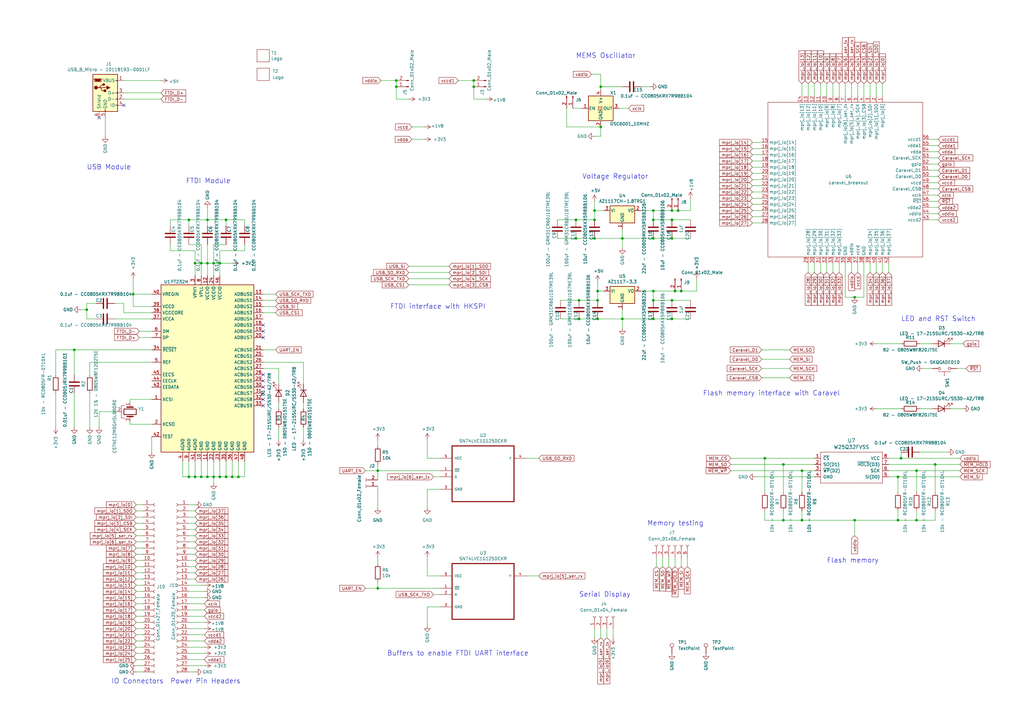
<source format=kicad_sch>
(kicad_sch (version 20211123) (generator eeschema)
  (paper "A3")
  (junction (at 375.92 213.36))
  (junction (at 246.38 35.56))
  (junction (at 245.11 123.19))
  (junction (at 267.97 130.81))
  (junction (at 97.79 195.58))
  (junction (at 246.38 52.07))
  (junction (at 237.49 123.19))
  (junction (at 276.86 119.38))
  (junction (at 85.09 90.17))
  (junction (at 245.11 119.38))
  (junction (at 85.09 195.58))
  (junction (at 368.3 195.58))
  (junction (at 243.84 86.36))
  (junction (at 236.22 97.79))
  (junction (at 30.48 143.51))
  (junction (at 275.59 86.36))
  (junction (at 368.3 213.36))
  (junction (at 328.93 213.36))
  (junction (at 375.92 193.04))
  (junction (at 85.09 107.95))
  (junction (at 267.97 97.79))
  (junction (at 267.97 90.17))
  (junction (at 313.69 187.96))
  (junction (at 154.94 241.3))
  (junction (at 92.71 195.58))
  (junction (at 77.47 195.58))
  (junction (at 243.84 97.79))
  (junction (at 245.11 130.81))
  (junction (at 77.47 90.17))
  (junction (at 275.59 130.81))
  (junction (at 278.13 86.36))
  (junction (at 87.63 195.58))
  (junction (at 383.54 190.5))
  (junction (at 87.63 107.95))
  (junction (at 54.61 120.65))
  (junction (at 275.59 123.19))
  (junction (at 350.52 213.36))
  (junction (at 267.97 119.38))
  (junction (at 255.27 97.79))
  (junction (at 35.56 127))
  (junction (at 267.97 123.19))
  (junction (at 279.4 119.38))
  (junction (at 237.49 130.81))
  (junction (at 162.56 33.02))
  (junction (at 350.52 121.92))
  (junction (at 90.17 195.58))
  (junction (at 243.84 90.17))
  (junction (at 236.22 90.17))
  (junction (at 82.55 195.58))
  (junction (at 194.31 33.02))
  (junction (at 328.93 193.04))
  (junction (at 275.59 90.17))
  (junction (at 275.59 97.79))
  (junction (at 194.31 35.56))
  (junction (at 90.17 107.95))
  (junction (at 267.97 86.36))
  (junction (at 80.01 107.95))
  (junction (at 154.94 193.04))
  (junction (at 369.57 187.96))
  (junction (at 321.31 190.5))
  (junction (at 95.25 195.58))
  (junction (at 80.01 195.58))
  (junction (at 321.31 213.36))
  (junction (at 92.71 90.17))
  (junction (at 162.56 35.56))
  (junction (at 82.55 107.95))
  (junction (at 255.27 130.81))
  (no_connect (at 107.95 138.43))
  (no_connect (at 107.95 133.35))
  (no_connect (at 107.95 135.89))
  (no_connect (at 40.64 48.26))
  (no_connect (at 50.8 43.18))
  (no_connect (at 107.95 163.83))
  (no_connect (at 107.95 158.75))
  (no_connect (at 107.95 156.21))
  (no_connect (at 107.95 161.29))
  (no_connect (at 107.95 166.37))
  (no_connect (at 107.95 153.67))
  (wire (pts (xy 194.31 35.56) (xy 194.31 40.64)))
  (wire (pts (xy 22.86 161.29) (xy 22.86 175.26)))
  (wire (pts (xy 35.56 127) (xy 35.56 124.46)))
  (wire (pts (xy 359.41 111.76) (xy 359.41 107.95)))
  (wire (pts (xy 55.88 209.55) (xy 58.42 209.55)))
  (wire (pts (xy 312.42 151.13) (xy 323.85 151.13)))
  (wire (pts (xy 53.34 172.72) (xy 53.34 173.99)))
  (wire (pts (xy 54.61 120.65) (xy 62.23 120.65)))
  (wire (pts (xy 389.89 167.64) (xy 394.97 167.64)))
  (wire (pts (xy 180.34 187.96) (xy 175.26 187.96)))
  (wire (pts (xy 364.49 190.5) (xy 383.54 190.5)))
  (wire (pts (xy 55.88 262.89) (xy 58.42 262.89)))
  (wire (pts (xy 321.31 190.5) (xy 321.31 201.93)))
  (wire (pts (xy 30.48 143.51) (xy 62.23 143.51)))
  (wire (pts (xy 74.93 195.58) (xy 77.47 195.58)))
  (wire (pts (xy 346.71 39.37) (xy 346.71 34.29)))
  (wire (pts (xy 381 80.01) (xy 384.81 80.01)))
  (wire (pts (xy 77.47 237.49) (xy 80.01 237.49)))
  (wire (pts (xy 80.01 195.58) (xy 82.55 195.58)))
  (wire (pts (xy 90.17 113.03) (xy 90.17 107.95)))
  (wire (pts (xy 194.31 40.64) (xy 199.39 40.64)))
  (wire (pts (xy 100.33 90.17) (xy 100.33 92.71)))
  (wire (pts (xy 154.94 182.88) (xy 154.94 180.34)))
  (wire (pts (xy 229.87 130.81) (xy 237.49 130.81)))
  (wire (pts (xy 361.95 39.37) (xy 361.95 34.29)))
  (wire (pts (xy 90.17 107.95) (xy 90.17 102.87)))
  (wire (pts (xy 361.95 111.76) (xy 361.95 107.95)))
  (wire (pts (xy 100.33 195.58) (xy 97.79 195.58)))
  (wire (pts (xy 321.31 209.55) (xy 321.31 213.36)))
  (wire (pts (xy 278.13 86.36) (xy 275.59 86.36)))
  (wire (pts (xy 381 57.15) (xy 384.81 57.15)))
  (wire (pts (xy 154.94 208.28) (xy 154.94 199.39)))
  (wire (pts (xy 77.47 232.41) (xy 80.01 232.41)))
  (wire (pts (xy 124.46 180.34) (xy 124.46 175.26)))
  (wire (pts (xy 83.82 242.57) (xy 77.47 242.57)))
  (wire (pts (xy 381 82.55) (xy 384.81 82.55)))
  (wire (pts (xy 255.27 101.6) (xy 255.27 97.79)))
  (wire (pts (xy 275.59 123.19) (xy 283.21 123.19)))
  (wire (pts (xy 308.61 83.82) (xy 312.42 83.82)))
  (wire (pts (xy 46.99 124.46) (xy 50.8 124.46)))
  (wire (pts (xy 50.8 33.02) (xy 66.04 33.02)))
  (wire (pts (xy 246.38 36.83) (xy 246.38 35.56)))
  (wire (pts (xy 58.42 267.97) (xy 55.88 267.97)))
  (wire (pts (xy 77.47 222.25) (xy 80.01 222.25)))
  (wire (pts (xy 124.46 148.59) (xy 107.95 148.59)))
  (wire (pts (xy 313.69 187.96) (xy 313.69 201.93)))
  (wire (pts (xy 359.41 39.37) (xy 359.41 34.29)))
  (wire (pts (xy 389.89 140.97) (xy 394.97 140.97)))
  (wire (pts (xy 262.89 119.38) (xy 267.97 119.38)))
  (wire (pts (xy 80.01 102.87) (xy 69.85 102.87)))
  (wire (pts (xy 92.71 90.17) (xy 92.71 92.71)))
  (wire (pts (xy 55.88 234.95) (xy 58.42 234.95)))
  (wire (pts (xy 381 62.23) (xy 384.81 62.23)))
  (wire (pts (xy 92.71 189.23) (xy 92.71 195.58)))
  (wire (pts (xy 271.78 228.6) (xy 271.78 232.41)))
  (wire (pts (xy 334.01 111.76) (xy 334.01 107.95)))
  (wire (pts (xy 83.82 250.19) (xy 77.47 250.19)))
  (wire (pts (xy 85.09 195.58) (xy 87.63 195.58)))
  (wire (pts (xy 339.09 111.76) (xy 339.09 107.95)))
  (wire (pts (xy 55.88 245.11) (xy 58.42 245.11)))
  (wire (pts (xy 95.25 195.58) (xy 92.71 195.58)))
  (wire (pts (xy 87.63 100.33) (xy 92.71 100.33)))
  (wire (pts (xy 77.47 227.33) (xy 80.01 227.33)))
  (wire (pts (xy 175.26 256.54) (xy 175.26 248.92)))
  (wire (pts (xy 82.55 100.33) (xy 77.47 100.33)))
  (wire (pts (xy 168.91 52.07) (xy 173.99 52.07)))
  (wire (pts (xy 40.64 168.91) (xy 48.26 168.91)))
  (wire (pts (xy 299.72 187.96) (xy 313.69 187.96)))
  (wire (pts (xy 246.38 35.56) (xy 246.38 30.48)))
  (wire (pts (xy 383.54 213.36) (xy 383.54 209.55)))
  (wire (pts (xy 234.95 44.45) (xy 238.76 44.45)))
  (wire (pts (xy 30.48 161.29) (xy 30.48 175.26)))
  (wire (pts (xy 55.88 212.09) (xy 58.42 212.09)))
  (wire (pts (xy 167.64 111.76) (xy 184.15 111.76)))
  (wire (pts (xy 90.17 102.87) (xy 100.33 102.87)))
  (wire (pts (xy 50.8 128.27) (xy 62.23 128.27)))
  (wire (pts (xy 77.47 260.35) (xy 83.82 260.35)))
  (wire (pts (xy 175.26 180.34) (xy 175.26 187.96)))
  (wire (pts (xy 175.26 200.66) (xy 180.34 200.66)))
  (wire (pts (xy 274.32 228.6) (xy 274.32 232.41)))
  (wire (pts (xy 55.88 232.41) (xy 58.42 232.41)))
  (wire (pts (xy 308.61 66.04) (xy 312.42 66.04)))
  (wire (pts (xy 194.31 33.02) (xy 194.31 35.56)))
  (wire (pts (xy 308.61 78.74) (xy 312.42 78.74)))
  (wire (pts (xy 77.47 262.89) (xy 83.82 262.89)))
  (wire (pts (xy 85.09 107.95) (xy 85.09 100.33)))
  (wire (pts (xy 83.82 273.05) (xy 77.47 273.05)))
  (wire (pts (xy 383.54 190.5) (xy 393.7 190.5)))
  (wire (pts (xy 267.97 123.19) (xy 275.59 123.19)))
  (wire (pts (xy 369.57 185.42) (xy 369.57 187.96)))
  (wire (pts (xy 243.84 86.36) (xy 243.84 82.55)))
  (wire (pts (xy 381 69.85) (xy 384.81 69.85)))
  (wire (pts (xy 341.63 39.37) (xy 341.63 34.29)))
  (wire (pts (xy 180.34 236.22) (xy 175.26 236.22)))
  (wire (pts (xy 83.82 240.03) (xy 77.47 240.03)))
  (wire (pts (xy 275.59 90.17) (xy 267.97 90.17)))
  (wire (pts (xy 356.87 111.76) (xy 356.87 107.95)))
  (wire (pts (xy 312.42 154.94) (xy 323.85 154.94)))
  (wire (pts (xy 100.33 102.87) (xy 100.33 100.33)))
  (wire (pts (xy 255.27 97.79) (xy 255.27 93.98)))
  (wire (pts (xy 55.88 252.73) (xy 58.42 252.73)))
  (wire (pts (xy 368.3 213.36) (xy 375.92 213.36)))
  (wire (pts (xy 246.38 30.48) (xy 242.57 30.48)))
  (wire (pts (xy 55.88 240.03) (xy 58.42 240.03)))
  (wire (pts (xy 77.47 257.81) (xy 83.82 257.81)))
  (wire (pts (xy 313.69 213.36) (xy 321.31 213.36)))
  (wire (pts (xy 180.34 241.3) (xy 154.94 241.3)))
  (wire (pts (xy 177.8 195.58) (xy 180.34 195.58)))
  (wire (pts (xy 237.49 130.81) (xy 245.11 130.81)))
  (wire (pts (xy 69.85 102.87) (xy 69.85 100.33)))
  (wire (pts (xy 243.84 97.79) (xy 255.27 97.79)))
  (wire (pts (xy 154.94 196.85) (xy 154.94 193.04)))
  (wire (pts (xy 83.82 247.65) (xy 77.47 247.65)))
  (wire (pts (xy 58.42 265.43) (xy 55.88 265.43)))
  (wire (pts (xy 344.17 111.76) (xy 344.17 107.95)))
  (wire (pts (xy 154.94 193.04) (xy 149.86 193.04)))
  (wire (pts (xy 381 77.47) (xy 384.81 77.47)))
  (wire (pts (xy 82.55 189.23) (xy 82.55 195.58)))
  (wire (pts (xy 85.09 113.03) (xy 85.09 107.95)))
  (wire (pts (xy 308.61 58.42) (xy 312.42 58.42)))
  (wire (pts (xy 114.3 167.64) (xy 114.3 165.1)))
  (wire (pts (xy 375.92 193.04) (xy 393.7 193.04)))
  (wire (pts (xy 162.56 40.64) (xy 167.64 40.64)))
  (wire (pts (xy 313.69 213.36) (xy 313.69 209.55)))
  (wire (pts (xy 267.97 130.81) (xy 255.27 130.81)))
  (wire (pts (xy 383.54 190.5) (xy 383.54 201.93)))
  (wire (pts (xy 392.43 151.13) (xy 396.24 151.13)))
  (wire (pts (xy 62.23 185.42) (xy 62.23 179.07)))
  (wire (pts (xy 55.88 224.79) (xy 58.42 224.79)))
  (wire (pts (xy 381 67.31) (xy 384.81 67.31)))
  (wire (pts (xy 55.88 237.49) (xy 58.42 237.49)))
  (wire (pts (xy 349.25 111.76) (xy 349.25 107.95)))
  (wire (pts (xy 247.65 119.38) (xy 245.11 119.38)))
  (wire (pts (xy 83.82 252.73) (xy 77.47 252.73)))
  (wire (pts (xy 308.61 81.28) (xy 312.42 81.28)))
  (wire (pts (xy 381 90.17) (xy 384.81 90.17)))
  (wire (pts (xy 328.93 39.37) (xy 328.93 34.29)))
  (wire (pts (xy 276.86 228.6) (xy 276.86 232.41)))
  (wire (pts (xy 236.22 97.79) (xy 243.84 97.79)))
  (wire (pts (xy 177.8 243.84) (xy 180.34 243.84)))
  (wire (pts (xy 341.63 111.76) (xy 341.63 107.95)))
  (wire (pts (xy 245.11 130.81) (xy 255.27 130.81)))
  (wire (pts (xy 267.97 86.36) (xy 275.59 86.36)))
  (wire (pts (xy 187.96 33.02) (xy 194.31 33.02)))
  (wire (pts (xy 77.47 207.01) (xy 80.01 207.01)))
  (wire (pts (xy 97.79 195.58) (xy 95.25 195.58)))
  (wire (pts (xy 55.88 257.81) (xy 58.42 257.81)))
  (wire (pts (xy 255.27 127) (xy 255.27 130.81)))
  (wire (pts (xy 55.88 247.65) (xy 58.42 247.65)))
  (wire (pts (xy 215.9 236.22) (xy 220.98 236.22)))
  (wire (pts (xy 62.23 130.81) (xy 46.99 130.81)))
  (wire (pts (xy 124.46 148.59) (xy 124.46 157.48)))
  (wire (pts (xy 54.61 114.3) (xy 54.61 120.65)))
  (wire (pts (xy 87.63 113.03) (xy 87.63 107.95)))
  (wire (pts (xy 90.17 195.58) (xy 87.63 195.58)))
  (wire (pts (xy 124.46 167.64) (xy 124.46 165.1)))
  (wire (pts (xy 275.59 90.17) (xy 283.21 90.17)))
  (wire (pts (xy 269.24 228.6) (xy 269.24 232.41)))
  (wire (pts (xy 245.11 115.57) (xy 245.11 119.38)))
  (wire (pts (xy 77.47 90.17) (xy 85.09 90.17)))
  (wire (pts (xy 58.42 273.05) (xy 55.88 273.05)))
  (wire (pts (xy 83.82 245.11) (xy 77.47 245.11)))
  (wire (pts (xy 267.97 130.81) (xy 275.59 130.81)))
  (wire (pts (xy 312.42 143.51) (xy 323.85 143.51)))
  (wire (pts (xy 237.49 123.19) (xy 245.11 123.19)))
  (wire (pts (xy 351.79 39.37) (xy 351.79 34.29)))
  (wire (pts (xy 350.52 219.71) (xy 350.52 213.36)))
  (wire (pts (xy 215.9 187.96) (xy 220.98 187.96)))
  (wire (pts (xy 35.56 130.81) (xy 39.37 130.81)))
  (wire (pts (xy 331.47 111.76) (xy 331.47 107.95)))
  (wire (pts (xy 85.09 107.95) (xy 87.63 107.95)))
  (wire (pts (xy 77.47 224.79) (xy 80.01 224.79)))
  (wire (pts (xy 77.47 90.17) (xy 69.85 90.17)))
  (wire (pts (xy 92.71 90.17) (xy 100.33 90.17)))
  (wire (pts (xy 336.55 111.76) (xy 336.55 107.95)))
  (wire (pts (xy 77.47 270.51) (xy 83.82 270.51)))
  (wire (pts (xy 82.55 195.58) (xy 85.09 195.58)))
  (wire (pts (xy 381 64.77) (xy 384.81 64.77)))
  (wire (pts (xy 77.47 265.43) (xy 83.82 265.43)))
  (wire (pts (xy 308.61 91.44) (xy 312.42 91.44)))
  (wire (pts (xy 82.55 107.95) (xy 85.09 107.95)))
  (wire (pts (xy 368.3 195.58) (xy 393.7 195.58)))
  (wire (pts (xy 246.38 55.88) (xy 246.38 52.07)))
  (wire (pts (xy 55.88 242.57) (xy 58.42 242.57)))
  (wire (pts (xy 267.97 97.79) (xy 275.59 97.79)))
  (wire (pts (xy 77.47 255.27) (xy 83.82 255.27)))
  (wire (pts (xy 85.09 90.17) (xy 92.71 90.17)))
  (wire (pts (xy 36.83 153.67) (xy 36.83 148.59)))
  (wire (pts (xy 55.88 227.33) (xy 58.42 227.33)))
  (wire (pts (xy 267.97 123.19) (xy 267.97 119.38)))
  (wire (pts (xy 80.01 189.23) (xy 80.01 195.58)))
  (wire (pts (xy 279.4 119.38) (xy 285.75 119.38)))
  (wire (pts (xy 114.3 180.34) (xy 114.3 175.26)))
  (wire (pts (xy 167.64 109.22) (xy 184.15 109.22)))
  (wire (pts (xy 267.97 119.38) (xy 276.86 119.38)))
  (wire (pts (xy 381 72.39) (xy 384.81 72.39)))
  (wire (pts (xy 175.26 208.28) (xy 175.26 200.66)))
  (wire (pts (xy 58.42 270.51) (xy 55.88 270.51)))
  (wire (pts (xy 328.93 213.36) (xy 350.52 213.36)))
  (wire (pts (xy 328.93 193.04) (xy 328.93 201.93)))
  (wire (pts (xy 77.47 212.09) (xy 80.01 212.09)))
  (wire (pts (xy 285.75 114.3) (xy 285.75 119.38)))
  (wire (pts (xy 36.83 161.29) (xy 36.83 175.26)))
  (wire (pts (xy 381 85.09) (xy 384.81 85.09)))
  (wire (pts (xy 336.55 39.37) (xy 336.55 34.29)))
  (wire (pts (xy 58.42 275.59) (xy 55.88 275.59)))
  (wire (pts (xy 369.57 187.96) (xy 393.7 187.96)))
  (wire (pts (xy 232.41 44.45) (xy 232.41 52.07)))
  (wire (pts (xy 55.88 222.25) (xy 58.42 222.25)))
  (wire (pts (xy 87.63 107.95) (xy 90.17 107.95)))
  (wire (pts (xy 77.47 229.87) (xy 80.01 229.87)))
  (wire (pts (xy 30.48 153.67) (xy 30.48 143.51)))
  (wire (pts (xy 54.61 125.73) (xy 62.23 125.73)))
  (wire (pts (xy 381 74.93) (xy 384.81 74.93)))
  (wire (pts (xy 243.84 86.36) (xy 247.65 86.36)))
  (wire (pts (xy 308.61 71.12) (xy 312.42 71.12)))
  (wire (pts (xy 85.09 92.71) (xy 85.09 90.17)))
  (wire (pts (xy 162.56 33.02) (xy 162.56 35.56)))
  (wire (pts (xy 55.88 207.01) (xy 58.42 207.01)))
  (wire (pts (xy 262.89 86.36) (xy 267.97 86.36)))
  (wire (pts (xy 55.88 250.19) (xy 58.42 250.19)))
  (wire (pts (xy 90.17 107.95) (xy 95.25 107.95)))
  (wire (pts (xy 80.01 107.95) (xy 82.55 107.95)))
  (wire (pts (xy 154.94 241.3) (xy 149.86 241.3)))
  (wire (pts (xy 243.84 90.17) (xy 243.84 86.36)))
  (wire (pts (xy 308.61 68.58) (xy 312.42 68.58)))
  (wire (pts (xy 36.83 148.59) (xy 62.23 148.59)))
  (wire (pts (xy 346.71 107.95) (xy 346.71 121.92)))
  (wire (pts (xy 43.18 48.26) (xy 43.18 55.88)))
  (wire (pts (xy 313.69 187.96) (xy 334.01 187.96)))
  (wire (pts (xy 351.79 111.76) (xy 351.79 107.95)))
  (wire (pts (xy 154.94 190.5) (xy 154.94 193.04)))
  (wire (pts (xy 229.87 123.19) (xy 237.49 123.19)))
  (wire (pts (xy 334.01 39.37) (xy 334.01 34.29)))
  (wire (pts (xy 255.27 97.79) (xy 267.97 97.79)))
  (wire (pts (xy 243.84 257.81) (xy 243.84 261.62)))
  (wire (pts (xy 262.89 35.56) (xy 266.7 35.56)))
  (wire (pts (xy 368.3 195.58) (xy 368.3 201.93)))
  (wire (pts (xy 236.22 90.17) (xy 243.84 90.17)))
  (wire (pts (xy 243.84 55.88) (xy 246.38 55.88)))
  (wire (pts (xy 35.56 124.46) (xy 39.37 124.46)))
  (wire (pts (xy 77.47 275.59) (xy 80.01 275.59)))
  (wire (pts (xy 82.55 107.95) (xy 82.55 100.33)))
  (wire (pts (xy 228.6 97.79) (xy 236.22 97.79)))
  (wire (pts (xy 364.49 193.04) (xy 375.92 193.04)))
  (wire (pts (xy 82.55 113.03) (xy 82.55 107.95)))
  (wire (pts (xy 87.63 189.23) (xy 87.63 195.58)))
  (wire (pts (xy 378.46 151.13) (xy 382.27 151.13)))
  (wire (pts (xy 57.15 135.89) (xy 62.23 135.89)))
  (wire (pts (xy 107.95 143.51) (xy 113.03 143.51)))
  (wire (pts (xy 90.17 189.23) (xy 90.17 195.58)))
  (wire (pts (xy 339.09 39.37) (xy 339.09 34.29)))
  (wire (pts (xy 275.59 130.81) (xy 283.21 130.81)))
  (wire (pts (xy 175.26 248.92) (xy 180.34 248.92)))
  (wire (pts (xy 283.21 81.28) (xy 283.21 86.36)))
  (wire (pts (xy 248.92 257.81) (xy 248.92 261.62)))
  (wire (pts (xy 55.88 219.71) (xy 58.42 219.71)))
  (wire (pts (xy 33.02 127) (xy 35.56 127)))
  (wire (pts (xy 107.95 128.27) (xy 113.03 128.27)))
  (wire (pts (xy 364.49 111.76) (xy 364.49 107.95)))
  (wire (pts (xy 77.47 267.97) (xy 83.82 267.97)))
  (wire (pts (xy 346.71 121.92) (xy 350.52 121.92)))
  (wire (pts (xy 107.95 125.73) (xy 113.03 125.73)))
  (wire (pts (xy 55.88 217.17) (xy 58.42 217.17)))
  (wire (pts (xy 53.34 173.99) (xy 62.23 173.99)))
  (wire (pts (xy 77.47 214.63) (xy 80.01 214.63)))
  (wire (pts (xy 77.47 189.23) (xy 77.47 195.58)))
  (wire (pts (xy 350.52 213.36) (xy 368.3 213.36)))
  (wire (pts (xy 279.4 119.38) (xy 276.86 119.38)))
  (wire (pts (xy 251.46 257.81) (xy 251.46 261.62)))
  (wire (pts (xy 50.8 40.64) (xy 66.04 40.64)))
  (wire (pts (xy 354.33 121.92) (xy 354.33 107.95)))
  (wire (pts (xy 77.47 195.58) (xy 80.01 195.58)))
  (wire (pts (xy 156.21 33.02) (xy 162.56 33.02)))
  (wire (pts (xy 54.61 120.65) (xy 54.61 125.73)))
  (wire (pts (xy 246.38 257.81) (xy 246.38 261.62)))
  (wire (pts (xy 308.61 60.96) (xy 312.42 60.96)))
  (wire (pts (xy 53.34 165.1) (xy 53.34 163.83)))
  (wire (pts (xy 100.33 189.23) (xy 100.33 195.58)))
  (wire (pts (xy 22.86 153.67) (xy 22.86 143.51)))
  (wire (pts (xy 308.61 73.66) (xy 312.42 73.66)))
  (wire (pts (xy 281.94 228.6) (xy 281.94 232.41)))
  (wire (pts (xy 22.86 143.51) (xy 30.48 143.51)))
  (wire (pts (xy 50.8 124.46) (xy 50.8 128.27)))
  (wire (pts (xy 85.09 90.17) (xy 85.09 85.09)))
  (wire (pts (xy 279.4 228.6) (xy 279.4 232.41)))
  (wire (pts (xy 55.88 255.27) (xy 58.42 255.27)))
  (wire (pts (xy 321.31 190.5) (xy 334.01 190.5)))
  (wire (pts (xy 114.3 151.13) (xy 114.3 157.48)))
  (wire (pts (xy 359.41 167.64) (xy 369.57 167.64)))
  (wire (pts (xy 375.92 213.36) (xy 383.54 213.36)))
  (wire (pts (xy 175.26 228.6) (xy 175.26 236.22)))
  (wire (pts (xy 344.17 39.37) (xy 344.17 34.29)))
  (wire (pts (xy 246.38 35.56) (xy 255.27 35.56)))
  (wire (pts (xy 107.95 123.19) (xy 113.03 123.19)))
  (wire (pts (xy 309.88 195.58) (xy 334.01 195.58)))
  (wire (pts (xy 55.88 229.87) (xy 58.42 229.87)))
  (wire (pts (xy 228.6 90.17) (xy 236.22 90.17)))
  (wire (pts (xy 77.47 209.55) (xy 80.01 209.55)))
  (wire (pts (xy 92.71 195.58) (xy 90.17 195.58)))
  (wire (pts (xy 278.13 86.36) (xy 283.21 86.36)))
  (wire (pts (xy 232.41 52.07) (xy 246.38 52.07)))
  (wire (pts (xy 87.63 198.12) (xy 87.63 195.58)))
  (wire (pts (xy 35.56 127) (xy 35.56 130.81)))
  (wire (pts (xy 328.93 193.04) (xy 334.01 193.04)))
  (wire (pts (xy 349.25 39.37) (xy 349.25 34.29)))
  (wire (pts (xy 168.91 57.15) (xy 173.99 57.15)))
  (wire (pts (xy 308.61 63.5) (xy 312.42 63.5)))
  (wire (pts (xy 245.11 119.38) (xy 245.11 123.19)))
  (wire (pts (xy 356.87 39.37) (xy 356.87 34.29)))
  (wire (pts (xy 375.92 209.55) (xy 375.92 213.36)))
  (wire (pts (xy 255.27 130.81) (xy 255.27 134.62)))
  (wire (pts (xy 154.94 238.76) (xy 154.94 241.3)))
  (wire (pts (xy 377.19 185.42) (xy 388.62 185.42)))
  (wire (pts (xy 267.97 86.36) (xy 267.97 90.17)))
  (wire (pts (xy 308.61 86.36) (xy 312.42 86.36)))
  (wire (pts (xy 299.72 193.04) (xy 328.93 193.04)))
  (wire (pts (xy 87.63 107.95) (xy 87.63 100.33)))
  (wire (pts (xy 331.47 39.37) (xy 331.47 34.29)))
  (wire (pts (xy 275.59 97.79) (xy 283.21 97.79)))
  (wire (pts (xy 77.47 217.17) (xy 80.01 217.17)))
  (wire (pts (xy 154.94 231.14) (xy 154.94 228.6)))
  (wire (pts (xy 364.49 195.58) (xy 368.3 195.58)))
  (wire (pts (xy 74.93 189.23) (xy 74.93 195.58)))
  (wire (pts (xy 80.01 107.95) (xy 80.01 113.03)))
  (wire (pts (xy 180.34 193.04) (xy 154.94 193.04)))
  (wire (pts (xy 50.8 38.1) (xy 66.04 38.1)))
  (wire (pts (xy 377.19 140.97) (xy 382.27 140.97)))
  (wire (pts (xy 359.41 140.97) (xy 369.57 140.97)))
  (wire (pts (xy 85.09 189.23) (xy 85.09 195.58)))
  (wire (pts (xy 95.25 189.23) (xy 95.25 195.58)))
  (wire (pts (xy 350.52 121.92) (xy 354.33 121.92)))
  (wire (pts (xy 312.42 147.32) (xy 323.85 147.32)))
  (wire (pts (xy 53.34 163.83) (xy 62.23 163.83)))
  (wire (pts (xy 377.19 167.64) (xy 382.27 167.64)))
  (wire (pts (xy 77.47 219.71) (xy 80.01 219.71)))
  (wire (pts (xy 40.64 175.26) (xy 40.64 168.91)))
  (wire (pts (xy 184.15 114.3) (xy 167.64 114.3)))
  (wire (pts (xy 381 87.63) (xy 384.81 87.63)))
  (wire (pts (xy 308.61 88.9) (xy 312.42 88.9)))
  (wire (pts (xy 308.61 76.2) (xy 312.42 76.2)))
  (wire (pts (xy 354.33 39.37) (xy 354.33 34.29)))
  (wire (pts (xy 299.72 190.5) (xy 321.31 190.5)))
  (wire (pts (xy 375.92 193.04) (xy 375.92 201.93)))
  (wire (pts (xy 381 59.69) (xy 384.81 59.69)))
  (wire (pts (xy 69.85 90.17) (xy 69.85 92.71)))
  (wire (pts (xy 77.47 92.71) (xy 77.47 90.17)))
  (wire (pts (xy 77.47 234.95) (xy 80.01 234.95)))
  (wire (pts (xy 107.95 120.65) (xy 113.03 120.65)))
  (wire (pts (xy 167.64 116.84) (xy 184.15 116.84)))
  (wire (pts (xy 55.88 214.63) (xy 58.42 214.63)))
  (wire (pts (xy 57.15 138.43) (xy 62.23 138.43)))
  (wire (pts (xy 97.79 189.23) (xy 97.79 195.58)))
  (wire (pts (xy 162.56 35.56) (xy 162.56 40.64)))
  (wire (pts (xy 80.01 102.87) (xy 80.01 107.95)))
  (wire (pts (xy 321.31 213.36) (xy 328.93 213.36)))
  (wire (pts (xy 368.3 209.55) (xy 368.3 213.36)))
  (wire (pts (xy 364.49 187.96) (xy 369.57 187.96)))
  (wire (pts (xy 55.88 260.35) (xy 58.42 260.35)))
  (wire (pts (xy 328.93 209.55) (xy 328.93 213.36)))
  (wire (pts (xy 254 44.45) (xy 257.81 44.45)))
  (wire (pts (xy 114.3 151.13) (xy 107.95 151.13)))
  (text "Serial Display" (at 237.49 245.11 0) (effects (font (size 2 2)) (justify left bottom)))
  (text "LED and RST Switch\n" (at 369.57 132.08 0) (effects (font (size 2 2)) (justify left bottom)))
  (text "Flash memory interface with Caravel\n" (at 288.29 162.56 0) (effects (font (size 2 2)) (justify left bottom)))
  (text "Flash memory" (at 339.09 231.14 0) (effects (font (size 2 2)) (justify left bottom)))
  (text "Memory testing" (at 265.43 215.9 0) (effects (font (size 2 2)) (justify left bottom)))
  (text "FTDI interface with HKSPI\n" (at 160.02 127 0) (effects (font (size 2 2)) (justify left bottom)))
  (text "Power Pin Headers" (at 69.85 280.67 0) (effects (font (size 2 2)) (justify left bottom)))
  (text "Voltage Regulator\n" (at 238.76 73.66 0) (effects (font (size 2 2)) (justify left bottom)))
  (text "IO Connectors\n" (at 45.72 280.67 0) (effects (font (size 2 2)) (justify left bottom)))
  (text "FTDI Module\n\n" (at 76.2 78.74 0) (effects (font (size 2 2)) (justify left bottom)))
  (text "USB Module\n" (at 35.56 69.85 0) (effects (font (size 2 2)) (justify left bottom)))
  (text "MEMS Oscillator" (at 236.22 24.13 0) (effects (font (size 2 2)) (justify left bottom)))
  (text "Buffers to enable FTDI UART interface" (at 158.75 269.24 0) (effects (font (size 2 2)) (justify left bottom)))
  (global_label "mprj_io[18]" (shape input) (at 308.61 68.58 180) (property "Intersheet References" "${INTERSHEET_REFS}" (effects hide)))
  (global_label "mprj_io[5]_ser_rx" (shape input) (at 246.38 261.62 270) (property "Intersheet References" "${INTERSHEET_REFS}" (effects hide)))
  (global_label "Caravel_D0" (shape input) (at 384.81 72.39 0) (property "Intersheet References" "${INTERSHEET_REFS}" (effects hide)))
  (global_label "mprj_io[9]" (shape input) (at 339.09 34.29 90) (property "Intersheet References" "${INTERSHEET_REFS}" (effects hide)))
  (global_label "mprj_io[36]" (shape input) (at 361.95 111.76 270) (property "Intersheet References" "${INTERSHEET_REFS}" (effects hide)))
  (global_label "mprj_io[9]" (shape input) (at 55.88 229.87 180) (property "Intersheet References" "${INTERSHEET_REFS}" (effects hide)))
  (global_label "xclk" (shape input) (at 83.82 247.65 0) (property "Intersheet References" "${INTERSHEET_REFS}" (effects hide)))
  (global_label "MEM_SCK" (shape input) (at 323.85 151.13 0) (property "Intersheet References" "${INTERSHEET_REFS}" (effects hide)))
  (global_label "mprj_io[3]_CSB" (shape input) (at 184.15 116.84 0) (property "Intersheet References" "${INTERSHEET_REFS}" (effects hide)))
  (global_label "MEM_SI" (shape input) (at 279.4 232.41 270) (property "Intersheet References" "${INTERSHEET_REFS}" (effects hide)))
  (global_label "mprj_io[2]_SDI" (shape input) (at 55.88 212.09 180) (property "Intersheet References" "${INTERSHEET_REFS}" (effects hide)))
  (global_label "~{MEM_WP}" (shape input) (at 274.32 232.41 270) (property "Intersheet References" "${INTERSHEET_REFS}" (effects hide)))
  (global_label "USB_CS1" (shape input) (at 167.64 116.84 180) (property "Intersheet References" "${INTERSHEET_REFS}" (effects hide)))
  (global_label "UART_EN" (shape input) (at 149.86 193.04 180) (property "Intersheet References" "${INTERSHEET_REFS}" (effects hide)))
  (global_label "mprj_io[33]" (shape input) (at 80.01 219.71 0) (property "Intersheet References" "${INTERSHEET_REFS}" (effects hide)))
  (global_label "mprj_io[22]" (shape input) (at 308.61 78.74 180) (property "Intersheet References" "${INTERSHEET_REFS}" (effects hide)))
  (global_label "mprj_io[35]" (shape input) (at 359.41 111.76 270) (property "Intersheet References" "${INTERSHEET_REFS}" (effects hide)))
  (global_label "MEM_SCK" (shape input) (at 393.7 193.04 0) (property "Intersheet References" "${INTERSHEET_REFS}" (effects hide)))
  (global_label "mprj_io[29]" (shape input) (at 80.01 229.87 0) (property "Intersheet References" "${INTERSHEET_REFS}" (effects hide)))
  (global_label "vdda1" (shape input) (at 83.82 270.51 0) (property "Intersheet References" "${INTERSHEET_REFS}" (effects hide)))
  (global_label "gpio" (shape input) (at 83.82 250.19 0) (property "Intersheet References" "${INTERSHEET_REFS}" (effects hide)))
  (global_label "vddio" (shape input) (at 349.25 111.76 270) (property "Intersheet References" "${INTERSHEET_REFS}" (effects hide)))
  (global_label "~{RST}" (shape input) (at 396.24 151.13 0) (property "Intersheet References" "${INTERSHEET_REFS}" (effects hide)))
  (global_label "mprj_io[0]" (shape input) (at 55.88 207.01 180) (property "Intersheet References" "${INTERSHEET_REFS}" (effects hide)))
  (global_label "vccd2" (shape input) (at 384.81 90.17 0) (property "Intersheet References" "${INTERSHEET_REFS}" (effects hide)))
  (global_label "vccd1" (shape input) (at 187.96 33.02 180) (property "Intersheet References" "${INTERSHEET_REFS}" (effects hide)))
  (global_label "mprj_io[16]" (shape input) (at 55.88 247.65 180) (property "Intersheet References" "${INTERSHEET_REFS}" (effects hide)))
  (global_label "mprj_io[10]" (shape input) (at 55.88 232.41 180) (property "Intersheet References" "${INTERSHEET_REFS}" (effects hide)))
  (global_label "USB_SI" (shape input) (at 113.03 125.73 0) (property "Intersheet References" "${INTERSHEET_REFS}" (effects hide)))
  (global_label "mprj_io[32]" (shape input) (at 80.01 222.25 0) (property "Intersheet References" "${INTERSHEET_REFS}" (effects hide)))
  (global_label "mprj_io[37]" (shape input) (at 80.01 209.55 0) (property "Intersheet References" "${INTERSHEET_REFS}" (effects hide)))
  (global_label "mprj_io[19]" (shape input) (at 308.61 71.12 180) (property "Intersheet References" "${INTERSHEET_REFS}" (effects hide)))
  (global_label "MEM_SO" (shape input) (at 299.72 190.5 180) (property "Intersheet References" "${INTERSHEET_REFS}" (effects hide)))
  (global_label "FTDI_D+" (shape input) (at 66.04 38.1 0) (property "Intersheet References" "${INTERSHEET_REFS}" (effects hide)))
  (global_label "mprj_io[17]" (shape input) (at 308.61 66.04 180) (property "Intersheet References" "${INTERSHEET_REFS}" (effects hide)))
  (global_label "mprj_io[8]" (shape input) (at 55.88 227.33 180) (property "Intersheet References" "${INTERSHEET_REFS}" (effects hide)))
  (global_label "mprj_io[11]" (shape input) (at 334.01 34.29 90) (property "Intersheet References" "${INTERSHEET_REFS}" (effects hide)))
  (global_label "mprj_io[2]_SDI" (shape input) (at 356.87 34.29 90) (property "Intersheet References" "${INTERSHEET_REFS}" (effects hide)))
  (global_label "mprj_io[6]_ser_tx" (shape input) (at 346.71 34.29 90) (property "Intersheet References" "${INTERSHEET_REFS}" (effects hide)))
  (global_label "mprj_io[4]_SCK" (shape input) (at 184.15 114.3 0) (property "Intersheet References" "${INTERSHEET_REFS}" (effects hide)))
  (global_label "mprj_io[33]" (shape input) (at 344.17 111.76 270) (property "Intersheet References" "${INTERSHEET_REFS}" (effects hide)))
  (global_label "mprj_io[10]" (shape input) (at 336.55 34.29 90) (property "Intersheet References" "${INTERSHEET_REFS}" (effects hide)))
  (global_label "USB_SO_RXD" (shape input) (at 113.03 123.19 0) (property "Intersheet References" "${INTERSHEET_REFS}" (effects hide)))
  (global_label "vddio" (shape input) (at 393.7 187.96 0) (property "Intersheet References" "${INTERSHEET_REFS}" (effects hide)))
  (global_label "mprj_io[13]" (shape input) (at 55.88 240.03 180) (property "Intersheet References" "${INTERSHEET_REFS}" (effects hide)))
  (global_label "mprj_io[7]" (shape input) (at 344.17 34.29 90) (property "Intersheet References" "${INTERSHEET_REFS}" (effects hide)))
  (global_label "UART_EN" (shape input) (at 149.86 241.3 180) (property "Intersheet References" "${INTERSHEET_REFS}" (effects hide)))
  (global_label "mprj_io[31]" (shape input) (at 80.01 224.79 0) (property "Intersheet References" "${INTERSHEET_REFS}" (effects hide)))
  (global_label "gpio" (shape input) (at 394.97 140.97 0) (property "Intersheet References" "${INTERSHEET_REFS}" (effects hide)))
  (global_label "mprj_io[23]" (shape input) (at 308.61 81.28 180) (property "Intersheet References" "${INTERSHEET_REFS}" (effects hide)))
  (global_label "mprj_io[11]" (shape input) (at 55.88 234.95 180) (property "Intersheet References" "${INTERSHEET_REFS}" (effects hide)))
  (global_label "vccd" (shape input) (at 351.79 111.76 270) (property "Intersheet References" "${INTERSHEET_REFS}" (effects hide)))
  (global_label "vccd" (shape input) (at 168.91 52.07 180) (property "Intersheet References" "${INTERSHEET_REFS}" (effects hide)))
  (global_label "USB_SCK_TXD" (shape input) (at 167.64 114.3 180) (property "Intersheet References" "${INTERSHEET_REFS}" (effects hide)))
  (global_label "mprj_io[20]" (shape input) (at 55.88 257.81 180) (property "Intersheet References" "${INTERSHEET_REFS}" (effects hide)))
  (global_label "Caravel_SCK" (shape input) (at 384.81 64.77 0) (property "Intersheet References" "${INTERSHEET_REFS}" (effects hide)))
  (global_label "UART_EN" (shape input) (at 113.03 143.51 0) (property "Intersheet References" "${INTERSHEET_REFS}" (effects hide)))
  (global_label "vddio" (shape input) (at 156.21 33.02 180) (property "Intersheet References" "${INTERSHEET_REFS}" (effects hide)))
  (global_label "vccd2" (shape input) (at 83.82 252.73 0) (property "Intersheet References" "${INTERSHEET_REFS}" (effects hide)))
  (global_label "mprj_io[12]" (shape input) (at 331.47 34.29 90) (property "Intersheet References" "${INTERSHEET_REFS}" (effects hide)))
  (global_label "mprj_io[0]" (shape input) (at 361.95 34.29 90) (property "Intersheet References" "${INTERSHEET_REFS}" (effects hide)))
  (global_label "mprj_io[5]_ser_rx" (shape input) (at 220.98 236.22 0) (property "Intersheet References" "${INTERSHEET_REFS}" (effects hide)))
  (global_label "mprj_io[31]" (shape input) (at 339.09 111.76 270) (property "Intersheet References" "${INTERSHEET_REFS}" (effects hide)))
  (global_label "mprj_io[37]" (shape input) (at 364.49 111.76 270) (property "Intersheet References" "${INTERSHEET_REFS}" (effects hide)))
  (global_label "mprj_io[21]" (shape input) (at 55.88 260.35 180) (property "Intersheet References" "${INTERSHEET_REFS}" (effects hide)))
  (global_label "vdda1" (shape input) (at 384.81 59.69 0) (property "Intersheet References" "${INTERSHEET_REFS}" (effects hide)))
  (global_label "mprj_io[36]" (shape input) (at 80.01 212.09 0) (property "Intersheet References" "${INTERSHEET_REFS}" (effects hide)))
  (global_label "FTDI_D-" (shape input) (at 66.04 40.64 0) (property "Intersheet References" "${INTERSHEET_REFS}" (effects hide)))
  (global_label "mprj_io[6]_ser_tx" (shape input) (at 248.92 261.62 270) (property "Intersheet References" "${INTERSHEET_REFS}" (effects hide)))
  (global_label "mprj_io[4]_SCK" (shape input) (at 55.88 217.17 180) (property "Intersheet References" "${INTERSHEET_REFS}" (effects hide)))
  (global_label "mprj_io[26]" (shape input) (at 80.01 237.49 0) (property "Intersheet References" "${INTERSHEET_REFS}" (effects hide)))
  (global_label "mprj_io[34]" (shape input) (at 356.87 111.76 270) (property "Intersheet References" "${INTERSHEET_REFS}" (effects hide)))
  (global_label "mprj_io[4]_SCK" (shape input) (at 351.79 34.29 90) (property "Intersheet References" "${INTERSHEET_REFS}" (effects hide)))
  (global_label "mprj_io[12]" (shape input) (at 55.88 237.49 180) (property "Intersheet References" "${INTERSHEET_REFS}" (effects hide)))
  (global_label "vddio" (shape input) (at 242.57 30.48 180) (property "Intersheet References" "${INTERSHEET_REFS}" (effects hide)))
  (global_label "~{MEM_HOLD}" (shape input) (at 276.86 232.41 270) (property "Intersheet References" "${INTERSHEET_REFS}" (effects hide)))
  (global_label "vccd1" (shape input) (at 83.82 260.35 0) (property "Intersheet References" "${INTERSHEET_REFS}" (effects hide)))
  (global_label "Caravel_CSB" (shape input) (at 384.81 77.47 0) (property "Intersheet References" "${INTERSHEET_REFS}" (effects hide)))
  (global_label "vccd" (shape input) (at 384.81 74.93 0) (property "Intersheet References" "${INTERSHEET_REFS}" (effects hide)))
  (global_label "mprj_io[5]_ser_rx" (shape input) (at 55.88 219.71 180) (property "Intersheet References" "${INTERSHEET_REFS}" (effects hide)))
  (global_label "vdda" (shape input) (at 384.81 62.23 0) (property "Intersheet References" "${INTERSHEET_REFS}" (effects hide)))
  (global_label "vccd1" (shape input) (at 384.81 57.15 0) (property "Intersheet References" "${INTERSHEET_REFS}" (effects hide)))
  (global_label "vdda2" (shape input) (at 83.82 262.89 0) (property "Intersheet References" "${INTERSHEET_REFS}" (effects hide)))
  (global_label "FTDI_D-" (shape input) (at 57.15 135.89 180) (property "Intersheet References" "${INTERSHEET_REFS}" (effects hide)))
  (global_label "mprj_io[29]" (shape input) (at 334.01 111.76 270) (property "Intersheet References" "${INTERSHEET_REFS}" (effects hide)))
  (global_label "mprj_io[30]" (shape input) (at 336.55 111.76 270) (property "Intersheet References" "${INTERSHEET_REFS}" (effects hide)))
  (global_label "mprj_io[28]" (shape input) (at 80.01 232.41 0) (property "Intersheet References" "${INTERSHEET_REFS}" (effects hide)))
  (global_label "mprj_io[24]" (shape input) (at 55.88 267.97 180) (property "Intersheet References" "${INTERSHEET_REFS}" (effects hide)))
  (global_label "mprj_io[27]" (shape input) (at 80.01 234.95 0) (property "Intersheet References" "${INTERSHEET_REFS}" (effects hide)))
  (global_label "mprj_io[23]" (shape input) (at 55.88 265.43 180) (property "Intersheet References" "${INTERSHEET_REFS}" (effects hide)))
  (global_label "~{MEM_HOLD}" (shape input) (at 393.7 190.5 0) (property "Intersheet References" "${INTERSHEET_REFS}" (effects hide)))
  (global_label "MEM_SO" (shape input) (at 271.78 232.41 270) (property "Intersheet References" "${INTERSHEET_REFS}" (effects hide)))
  (global_label "vdda2" (shape input) (at 384.81 85.09 0) (property "Intersheet References" "${INTERSHEET_REFS}" (effects hide)))
  (global_label "~{RST}" (shape input) (at 384.81 82.55 0) (property "Intersheet References" "${INTERSHEET_REFS}" (effects hide)))
  (global_label "mprj_io[3]_CSB" (shape input) (at 55.88 214.63 180) (property "Intersheet References" "${INTERSHEET_REFS}" (effects hide)))
  (global_label "~{MEM_WP}" (shape input) (at 299.72 193.04 180) (property "Intersheet References" "${INTERSHEET_REFS}" (effects hide)))
  (global_label "mprj_io[24]" (shape input) (at 308.61 83.82 180) (property "Intersheet References" "${INTERSHEET_REFS}" (effects hide)))
  (global_label "mprj_io[15]" (shape input) (at 308.61 60.96 180) (property "Intersheet References" "${INTERSHEET_REFS}" (effects hide)))
  (global_label "USB_SI" (shape input) (at 167.64 109.22 180) (property "Intersheet References" "${INTERSHEET_REFS}" (effects hide)))
  (global_label "mprj_io[5]_ser_rx" (shape input) (at 349.25 34.29 90) (property "Intersheet References" "${INTERSHEET_REFS}" (effects hide)))
  (global_label "mprj_io[1]_SDO" (shape input) (at 55.88 209.55 180) (property "Intersheet References" "${INTERSHEET_REFS}" (effects hide)))
  (global_label "USB_SCK_TXD" (shape input) (at 113.03 120.65 0) (property "Intersheet References" "${INTERSHEET_REFS}" (effects hide)))
  (global_label "USB_SO_RXD" (shape input) (at 167.64 111.76 180) (property "Intersheet References" "${INTERSHEET_REFS}" (effects hide)))
  (global_label "USB_SO_RXD" (shape input) (at 220.98 187.96 0) (property "Intersheet References" "${INTERSHEET_REFS}" (effects hide)))
  (global_label "Caravel_SCK" (shape input) (at 312.42 151.13 180) (property "Intersheet References" "${INTERSHEET_REFS}" (effects hide)))
  (global_label "mprj_io[25]" (shape input) (at 308.61 86.36 180) (property "Intersheet References" "${INTERSHEET_REFS}" (effects hide)))
  (global_label "Caravel_D1" (shape input) (at 384.81 69.85 0) (property "Intersheet References" "${INTERSHEET_REFS}" (effects hide)))
  (global_label "Caravel_D1" (shape input) (at 312.42 143.51 180) (property "Intersheet References" "${INTERSHEET_REFS}" (effects hide)))
  (global_label "USB_SCK_TXD" (shape input) (at 177.8 243.84 180) (property "Intersheet References" "${INTERSHEET_REFS}" (effects hide)))
  (global_label "USB_CS1" (shape input) (at 113.03 128.27 0) (property "Intersheet References" "${INTERSHEET_REFS}" (effects hide)))
  (global_label "MEM_SCK" (shape input) (at 281.94 232.41 270) (property "Intersheet References" "${INTERSHEET_REFS}" (effects hide)))
  (global_label "vdda" (shape input) (at 168.91 57.15 180) (property "Intersheet References" "${INTERSHEET_REFS}" (effects hide)))
  (global_label "FTDI_D+" (shape input) (at 57.15 138.43 180) (property "Intersheet References" "${INTERSHEET_REFS}" (effects hide)))
  (global_label "mprj_io[19]" (shape input) (at 55.88 255.27 180) (property "Intersheet References" "${INTERSHEET_REFS}" (effects hide)))
  (global_label "MEM_CS" (shape input) (at 299.72 187.96 180) (property "Intersheet References" "${INTERSHEET_REFS}" (effects hide)))
  (global_label "mprj_io[14]" (shape input) (at 55.88 242.57 180) (property "Intersheet References" "${INTERSHEET_REFS}" (effects hide)))
  (global_label "mprj_io[8]" (shape input) (at 341.63 34.29 90) (property "Intersheet References" "${INTERSHEET_REFS}" (effects hide)))
  (global_label "vddio" (shape input) (at 384.81 87.63 0) (property "Intersheet References" "${INTERSHEET_REFS}" (effects hide)))
  (global_label "xclk" (shape input) (at 257.81 44.45 0) (property "Intersheet References" "${INTERSHEET_REFS}" (effects hide)))
  (global_label "mprj_io[3]_CSB" (shape input) (at 354.33 34.29 90) (property "Intersheet References" "${INTERSHEET_REFS}" (effects hide)))
  (global_label "mprj_io[2]_SDI" (shape input) (at 184.15 111.76 0) (property "Intersheet References" "${INTERSHEET_REFS}" (effects hide)))
  (global_label "mprj_io[6]_ser_tx" (shape input) (at 177.8 195.58 180) (property "Intersheet References" "${INTERSHEET_REFS}" (effects hide)))
  (global_label "mprj_io[27]" (shape input) (at 308.61 91.44 180) (property "Intersheet References" "${INTERSHEET_REFS}" (effects hide)))
  (global_label "mprj_io[6]_ser_tx" (shape input) (at 55.88 222.25 180) (property "Intersheet References" "${INTERSHEET_REFS}" (effects hide)))
  (global_label "mprj_io[21]" (shape input) (at 308.61 76.2 180) (property "Intersheet References" "${INTERSHEET_REFS}" (effects hide)))
  (global_label "mprj_io[34]" (shape input) (at 80.01 217.17 0) (property "Intersheet References" "${INTERSHEET_REFS}" (effects hide)))
  (global_label "mprj_io[13]" (shape input) (at 328.93 34.29 90) (property "Intersheet References" "${INTERSHEET_REFS}" (effects hide)))
  (global_label "vddio" (shape input) (at 350.52 219.71 270) (property "Intersheet References" "${INTERSHEET_REFS}" (effects hide)))
  (global_label "mprj_io[18]" (shape input) (at 55.88 252.73 180) (property "Intersheet References" "${INTERSHEET_REFS}" (effects hide)))
  (global_label "xclk" (shape input) (at 384.81 80.01 0) (property "Intersheet References" "${INTERSHEET_REFS}" (effects hide)))
  (global_label "Caravel_D0" (shape input) (at 312.42 147.32 180) (property "Intersheet References" "${INTERSHEET_REFS}" (effects hide)))
  (global_label "MEM_SI" (shape input) (at 323.85 147.32 0) (property "Intersheet References" "${INTERSHEET_REFS}" (effects hide)))
  (global_label "mprj_io[35]" (shape input) (at 80.01 214.63 0) (property "Intersheet References" "${INTERSHEET_REFS}" (effects hide)))
  (global_label "mprj_io[17]" (shape input) (at 55.88 250.19 180) (property "Intersheet References" "${INTERSHEET_REFS}" (effects hide)))
  (global_label "MEM_CS" (shape input) (at 269.24 232.41 270) (property "Intersheet References" "${INTERSHEET_REFS}" (effects hide)))
  (global_label "MEM_CS" (shape input) (at 323.85 154.94 0) (property "Intersheet References" "${INTERSHEET_REFS}" (effects hide)))
  (global_label "mprj_io[15]" (shape input) (at 55.88 245.11 180) (property "Intersheet References" "${INTERSHEET_REFS}" (effects hide)))
  (global_label "mprj_io[30]" (shape input) (at 80.01 227.33 0) (property "Intersheet References" "${INTERSHEET_REFS}" (effects hide)))
  (global_label "MEM_SI" (shape input) (at 393.7 195.58 0) (property "Intersheet References" "${INTERSHEET_REFS}" (effects hide)))
  (global_label "mprj_io[26]" (shape input) (at 308.61 88.9 180) (property "Intersheet References" "${INTERSHEET_REFS}" (effects hide)))
  (global_label "mprj_io[1]_SDO" (shape input) (at 184.15 109.22 0) (property "Intersheet References" "${INTERSHEET_REFS}" (effects hide)))
  (global_label "mprj_io[32]" (shape input) (at 341.63 111.76 270) (property "Intersheet References" "${INTERSHEET_REFS}" (effects hide)))
  (global_label "mprj_io[1]_SDO" (shape input) (at 359.41 34.29 90) (property "Intersheet References" "${INTERSHEET_REFS}" (effects hide)))
  (global_label "mprj_io[7]" (shape input) (at 55.88 224.79 180) (property "Intersheet References" "${INTERSHEET_REFS}" (effects hide)))
  (global_label "mprj_io[22]" (shape input) (at 55.88 262.89 180) (property "Intersheet References" "${INTERSHEET_REFS}" (effects hide)))
  (global_label "MEM_SO" (shape input) (at 323.85 143.51 0) (property "Intersheet References" "${INTERSHEET_REFS}" (effects hide)))
  (global_label "mprj_io[20]" (shape input) (at 308.61 73.66 180) (property "Intersheet References" "${INTERSHEET_REFS}" (effects hide)))
  (global_label "gpio" (shape input) (at 384.81 67.31 0) (property "Intersheet References" "${INTERSHEET_REFS}" (effects hide)))
  (global_label "mprj_io[28]" (shape input) (at 331.47 111.76 270) (property "Intersheet References" "${INTERSHEET_REFS}" (effects hide)))
  (global_label "mprj_io[25]" (shape input) (at 55.88 270.51 180) (property "Intersheet References" "${INTERSHEET_REFS}" (effects hide)))
  (global_label "mprj_io[16]" (shape input) (at 308.61 63.5 180) (property "Intersheet References" "${INTERSHEET_REFS}" (effects hide)))
  (global_label "Caravel_CSB" (shape input) (at 312.42 154.94 180) (property "Intersheet References" "${INTERSHEET_REFS}" (effects hide)))
  (global_label "mprj_io[14]" (shape input) (at 308.61 58.42 180) (property "Intersheet References" "${INTERSHEET_REFS}" (effects hide)))
  (symbol (lib_id "Device:C") (at 43.18 130.81 90) (unit 1)
    (property "Reference" "C3" (at 40.64 129.54 90))
    (property "Value" "0.1uf - CC0805KRX7R9BB104" (at 39.37 133.35 90))
    (property "Footprint" "Capacitor_SMD:C_0805_2012Metric" (effects hide))
  )
  (symbol (lib_id "Oscillator:XO91") (at 246.38 44.45 0) (unit 1)
    (property "Reference" "X1" (at 250.19 38.1 0) (effects (justify left)))
    (property "Value" "DSC6001_10MHZ" (at 250.19 50.8 0) (effects (justify left)))
    (property "Footprint" "strive_foot_prints:DSC6001JE1A-010.0000" (effects hide))
    (property "Datasheet" "http://cdn-reichelt.de/documents/datenblatt/B400/XO91.pdf" (effects hide))
  )
  (symbol (lib_id "power:GND") (at 154.94 208.28 0) (unit 1)
    (property "Reference" "#PWR016" (effects hide))
    (property "Value" "GND" (at 154.94 213.36 0))
  )
  (symbol (lib_id "Device:LED") (at 386.08 140.97 180) (unit 1)
    (property "Reference" "D3" (at 386.2578 134.493 0))
    (property "Value" "LED - 17-215SURC/S530-A2/TR8" (at 386.2578 136.8044 0))
    (property "Footprint" "LED_SMD:LED_1206_3216Metric" (effects hide))
  )
  (symbol (lib_id "Device:C") (at 30.48 157.48 180) (unit 1)
    (property "Reference" "C1" (at 29.21 160.02 90))
    (property "Value" "0.01uf - CC0805JRX7R9BB103" (at 26.67 160.02 90))
    (property "Footprint" "Capacitor_SMD:C_0805_2012Metric" (effects hide))
  )
  (symbol (lib_id "power:+3.3V") (at 251.46 261.62 180) (unit 1)
    (property "Reference" "#PWR050" (effects hide))
    (property "Value" "+3.3V" (at 251.46 267.97 90))
  )
  (symbol (lib_id "Device:C") (at 43.18 124.46 90) (unit 1)
    (property "Reference" "C2" (at 40.64 123.19 90))
    (property "Value" "0.1uf - CC0805KRX7R9BB104" (at 39.37 120.65 90))
    (property "Footprint" "Capacitor_SMD:C_0805_2012Metric" (effects hide))
  )
  (symbol (lib_id "power:+3.3V") (at 124.46 180.34 180) (unit 1)
    (property "Reference" "#PWR014" (effects hide))
    (property "Value" "+3.3V" (at 124.46 186.69 90))
  )
  (symbol (lib_id "Device:C") (at 228.6 93.98 180) (unit 1)
    (property "Reference" "C9" (at 227.33 96.52 90))
    (property "Value" "100uf - GRM31CR60J107ME39L" (at 224.79 93.98 90))
    (property "Footprint" "Capacitor_SMD:C_1206_3216Metric" (effects hide))
  )
  (symbol (lib_id "power:+3.3V") (at 154.94 180.34 0) (unit 1)
    (property "Reference" "#PWR015" (effects hide))
    (property "Value" "+3.3V" (at 155.321 175.9458 0))
  )
  (symbol (lib_id "Device:LED") (at 114.3 161.29 270) (unit 1)
    (property "Reference" "D1" (at 107.823 161.1122 0))
    (property "Value" "LED - 17-215SURC/S530-A2/TR8" (at 110.49 170.18 0))
    (property "Footprint" "LED_SMD:LED_1206_3216Metric" (effects hide))
  )
  (symbol (lib_id "Regulator_Linear:AZ1117-3.3") (at 255.27 119.38 0) (unit 1)
    (property "Reference" "U5" (at 255.27 113.2332 0))
    (property "Value" "AZ1117-3.3" (at 255.27 115.5446 0))
    (property "Footprint" "Package_TO_SOT_SMD:SOT-223" (effects hide))
    (property "Datasheet" "https://www.diodes.com/assets/Datasheets/AZ1117.pdf" (effects hide))
  )
  (symbol (lib_id "Caravel_pcb_old:SN74LVC1G125DCKR-SN74LVC1G125DCKR") (at 198.12 238.76 0) (unit 1)
    (property "Reference" "U3" (at 198.12 226.822 0))
    (property "Value" "SN74LVC1G125DCKR" (at 198.12 229.1334 0))
    (property "Footprint" "SOT65P210X110-5N" (effects hide))
    (property "Datasheet" "SC-70-5" (effects hide))
    (property "Field4" "76C4082" (effects hide))
    (property "Field5" "Texas Instruments" (effects hide))
    (property "Field6" "SN74LVC1G125DCKR" (effects hide))
    (property "Field7" "1470771" (effects hide))
  )
  (symbol (lib_id "Device:C") (at 100.33 96.52 0) (unit 1)
    (property "Reference" "C8" (at 101.6 93.98 90))
    (property "Value" "0.1uf - CC0805KRX7R9BB104" (at 104.14 96.52 90))
    (property "Footprint" "Capacitor_SMD:C_0805_2012Metric" (effects hide))
  )
  (symbol (lib_id "Caravel_pcb_old:SN74LVC1G125DCKR-SN74LVC1G125DCKR") (at 198.12 190.5 0) (unit 1)
    (property "Reference" "U2" (at 198.12 178.562 0))
    (property "Value" "SN74LVC1G125DCKR" (at 198.12 180.8734 0))
    (property "Footprint" "SOT65P210X110-5N" (effects hide))
    (property "Datasheet" "SC-70-5" (effects hide))
    (property "Field4" "76C4082" (effects hide))
    (property "Field5" "Texas Instruments" (effects hide))
    (property "Field6" "SN74LVC1G125DCKR" (effects hide))
    (property "Field7" "1470771" (effects hide))
  )
  (symbol (lib_id "power:GND") (at 243.84 261.62 0) (unit 1)
    (property "Reference" "#PWR049" (effects hide))
    (property "Value" "GND" (at 243.84 266.7 90))
  )
  (symbol (lib_id "power:GND") (at 289.56 267.97 0) (unit 1)
    (property "Reference" "#PWR0104" (effects hide))
    (property "Value" "GND" (at 289.56 273.05 90))
  )
  (symbol (lib_id "Connector:Conn_01x04_Female") (at 246.38 252.73 90) (unit 1)
    (property "Reference" "J4" (at 247.65 247.65 90))
    (property "Value" "Conn_01x04_Female" (at 247.65 250.19 90))
    (property "Footprint" "Connector_PinHeader_2.54mm:PinHeader_1x04_P2.54mm_Vertical" (effects hide))
  )
  (symbol (lib_id "power:GND") (at 40.64 175.26 0) (unit 1)
    (property "Reference" "#PWR05" (effects hide))
    (property "Value" "GND" (at 40.64 180.34 90))
  )
  (symbol (lib_id "Device:R") (at 373.38 167.64 90) (unit 1)
    (property "Reference" "R14" (at 373.38 165.1 90))
    (property "Value" "82 - 0805W8F820JT5E" (at 373.38 170.18 90))
    (property "Footprint" "Resistor_SMD:R_0805_2012Metric" (effects hide))
  )
  (symbol (lib_id "Device:C") (at 85.09 96.52 0) (unit 1)
    (property "Reference" "C6" (at 86.36 93.98 90))
    (property "Value" "0.1uf - CC0805KRX7R9BB104" (at 88.9 96.52 90))
    (property "Footprint" "Capacitor_SMD:C_0805_2012Metric" (effects hide))
  )
  (symbol (lib_id "power:GND") (at 388.62 185.42 90) (unit 1)
    (property "Reference" "#PWR046" (effects hide))
    (property "Value" "GND" (at 393.7 185.42 90))
  )
  (symbol (lib_id "Device:C") (at 275.59 127 180) (unit 1)
    (property "Reference" "C19" (at 274.32 129.54 90))
    (property "Value" "10uf - CC0805KKX5R8BB106" (at 271.78 134.62 90))
    (property "Footprint" "Capacitor_SMD:C_0805_2012Metric" (effects hide))
  )
  (symbol (lib_id "Device:C") (at 77.47 96.52 0) (unit 1)
    (property "Reference" "C5" (at 78.74 93.98 90))
    (property "Value" "0.1uf - CC0805KRX7R9BB104" (at 81.28 96.52 90))
    (property "Footprint" "Capacitor_SMD:C_0805_2012Metric" (effects hide))
  )
  (symbol (lib_id "Connector:Conn_01x28_Female") (at 63.5 240.03 0) (unit 1)
    (property "Reference" "J10" (at 64.2112 240.6396 0) (effects (justify left)))
    (property "Value" "Conn_01x27_Female" (at 64.77 262.89 90) (effects (justify left)))
    (property "Footprint" "Connector_PinHeader_2.54mm:PinHeader_1x27_P2.54mm_Vertical" (effects hide))
  )
  (symbol (lib_id "power:GND") (at 175.26 208.28 0) (unit 1)
    (property "Reference" "#PWR020" (effects hide))
    (property "Value" "GND" (at 175.26 213.36 0))
  )
  (symbol (lib_id "Device:R") (at 114.3 171.45 0) (unit 1)
    (property "Reference" "R3" (at 114.3 171.45 90))
    (property "Value" "150 - 0805W8J0151T5E" (at 116.84 175.26 90))
    (property "Footprint" "Resistor_SMD:R_0805_2012Metric" (effects hide))
  )
  (symbol (lib_id "power:+1V8") (at 83.82 257.81 270) (unit 1)
    (property "Reference" "#PWR026" (effects hide))
    (property "Value" "+1V8" (at 89.2048 258.191 90))
  )
  (symbol (lib_id "power:GND") (at 30.48 175.26 0) (unit 1)
    (property "Reference" "#PWR02" (effects hide))
    (property "Value" "GND" (at 30.48 180.34 90))
  )
  (symbol (lib_id "Device:R") (at 154.94 186.69 0) (unit 1)
    (property "Reference" "R5" (at 156.718 185.5216 0) (effects (justify left)))
    (property "Value" "10k" (at 156.718 187.833 0) (effects (justify left)))
    (property "Footprint" "Resistor_SMD:R_0805_2012Metric" (effects hide))
  )
  (symbol (lib_id "power:GND") (at 309.88 195.58 270) (unit 1)
    (property "Reference" "#PWR042" (effects hide))
    (property "Value" "GND" (at 304.8 195.58 90))
  )
  (symbol (lib_id "power:+3.3V") (at 175.26 180.34 0) (unit 1)
    (property "Reference" "#PWR019" (effects hide))
    (property "Value" "+3.3V" (at 175.641 175.9458 0))
  )
  (symbol (lib_id "Device:LED") (at 386.08 167.64 180) (unit 1)
    (property "Reference" "D4" (at 386.2578 161.163 0))
    (property "Value" "LED - 17-215SURC/S530-A2/TR8" (at 386.2578 163.4744 0))
    (property "Footprint" "LED_SMD:LED_1206_3216Metric" (effects hide))
  )
  (symbol (lib_id "power:+1V8") (at 173.99 52.07 270) (mirror x) (unit 1)
    (property "Reference" "#PWR032" (effects hide))
    (property "Value" "+1V8" (at 179.3748 51.689 90))
  )
  (symbol (lib_id "Device:C") (at 267.97 127 180) (unit 1)
    (property "Reference" "C17" (at 266.7 129.54 90))
    (property "Value" "22uf - CC0805MKX5R5BB226" (at 264.16 133.35 90))
    (property "Footprint" "Capacitor_SMD:C_0805_2012Metric" (effects hide))
  )
  (symbol (lib_id "Device:R") (at 373.38 140.97 90) (unit 1)
    (property "Reference" "R11" (at 373.38 138.43 90))
    (property "Value" "82 - 0805W8F820JT5E" (at 373.38 143.51 90))
    (property "Footprint" "Resistor_SMD:R_0805_2012Metric" (effects hide))
  )
  (symbol (lib_id "Device:Crystal_GND2") (at 53.34 168.91 270) (unit 1)
    (property "Reference" "Y1" (at 56.642 167.7416 90) (effects (justify left)))
    (property "Value" "CSTNE12M0GH5L000R0" (at 46.99 163.83 0) (effects (justify left)))
    (property "Footprint" "strive_foot_prints:CSTNE12M0GH5L000R0" (effects hide))
  )
  (symbol (lib_id "power:+3.3V") (at 114.3 180.34 180) (unit 1)
    (property "Reference" "#PWR013" (effects hide))
    (property "Value" "+3.3V" (at 114.3 186.69 90))
  )
  (symbol (lib_id "power:+3.3V") (at 154.94 228.6 0) (unit 1)
    (property "Reference" "#PWR017" (effects hide))
    (property "Value" "+3.3V" (at 155.321 224.2058 0))
  )
  (symbol (lib_id "Connector:TestPoint") (at 275.59 267.97 0) (unit 1)
    (property "Reference" "TP1" (at 278.13 263.3979 0) (effects (justify left)))
    (property "Value" "TestPoint" (at 278.13 265.9379 0) (effects (justify left)))
    (property "Footprint" "TestPoint:TestPoint_Bridge_Pitch2.54mm_Drill1.0mm" (effects hide))
  )
  (symbol (lib_id "power:+1V8") (at 83.82 255.27 270) (unit 1)
    (property "Reference" "#PWR027" (effects hide))
    (property "Value" "+1V8" (at 89.2048 255.651 90))
  )
  (symbol (lib_id "power:+3.3V") (at 167.64 40.64 270) (unit 1)
    (property "Reference" "#PWR031" (effects hide))
    (property "Value" "+3.3V" (at 173.99 40.64 90))
  )
  (symbol (lib_id "power:+5V") (at 66.04 33.02 270) (unit 1)
    (property "Reference" "#PWR09" (effects hide))
    (property "Value" "+5V" (at 69.2912 33.401 90) (effects (justify left)))
  )
  (symbol (lib_id "power:+3.3V") (at 359.41 167.64 90) (unit 1)
    (property "Reference" "#PWR051" (effects hide))
    (property "Value" "+3.3V" (at 353.06 167.64 90))
  )
  (symbol (lib_id "power:GND") (at 243.84 55.88 270) (unit 1)
    (property "Reference" "#PWR034" (effects hide))
    (property "Value" "GND" (at 238.76 55.88 90))
  )
  (symbol (lib_id "power:+3.3V") (at 22.86 175.26 180) (unit 1)
    (property "Reference" "#PWR01" (effects hide))
    (property "Value" "+3.3V" (at 22.86 181.61 90))
  )
  (symbol (lib_id "power:GND") (at 275.59 267.97 0) (unit 1)
    (property "Reference" "#PWR0101" (effects hide))
    (property "Value" "GND" (at 275.59 273.05 90))
  )
  (symbol (lib_id "power:GND") (at 62.23 185.42 0) (unit 1)
    (property "Reference" "#PWR08" (effects hide))
    (property "Value" "GND" (at 62.23 190.5 90))
  )
  (symbol (lib_id "Device:R") (at 368.3 205.74 0) (unit 1)
    (property "Reference" "R10" (at 373.5578 205.74 90))
    (property "Value" "10k - RC0805FR-0710KL" (at 371.2464 205.74 90))
    (property "Footprint" "Resistor_SMD:R_0805_2012Metric" (effects hide))
  )
  (symbol (lib_id "Device:C") (at 243.84 93.98 180) (unit 1)
    (property "Reference" "C13" (at 242.57 96.52 90))
    (property "Value" "10uf - CC0805KKX5R8BB106" (at 240.03 93.98 90))
    (property "Footprint" "Capacitor_SMD:C_0805_2012Metric" (effects hide))
  )
  (symbol (lib_id "power:+3.3V") (at 54.61 114.3 0) (unit 1)
    (property "Reference" "#PWR07" (effects hide))
    (property "Value" "+3.3V" (at 54.61 107.95 90))
  )
  (symbol (lib_id "power:GND") (at 83.82 245.11 90) (unit 1)
    (property "Reference" "#PWR028" (effects hide))
    (property "Value" "GND" (at 88.9 245.11 90))
  )
  (symbol (lib_id "Device:R") (at 321.31 205.74 0) (unit 1)
    (property "Reference" "R8" (at 326.5678 205.74 90))
    (property "Value" "10k - RC0805FR-0710KL" (at 324.2564 205.74 90))
    (property "Footprint" "Resistor_SMD:R_0805_2012Metric" (effects hide))
  )
  (symbol (lib_id "Switch:SW_Push") (at 387.35 151.13 180) (unit 1)
    (property "Reference" "SW1" (at 388.5184 154.8892 90) (effects (justify left)))
    (property "Value" "SW_Push - SKQGADE010" (at 393.7 148.59 0) (effects (justify left)))
    (property "Footprint" "strive_foot_prints:SW4-SMD-5.2X5.2X1.5MM" (effects hide))
  )
  (symbol (lib_id "power:GND") (at 87.63 198.12 0) (unit 1)
    (property "Reference" "#PWR011" (effects hide))
    (property "Value" "GND" (at 87.63 203.2 90))
  )
  (symbol (lib_id "power:GND") (at 83.82 242.57 90) (unit 1)
    (property "Reference" "#PWR029" (effects hide))
    (property "Value" "GND" (at 88.9 242.57 90))
  )
  (symbol (lib_id "power:GND") (at 255.27 134.62 0) (unit 1)
    (property "Reference" "#PWR038" (effects hide))
    (property "Value" "GND" (at 255.27 139.7 90))
  )
  (symbol (lib_id "Device:R") (at 36.83 157.48 180) (unit 1)
    (property "Reference" "R2" (at 34.29 157.48 90))
    (property "Value" "12K 1% - 0805W8F1202T5E" (at 39.37 157.48 90))
    (property "Footprint" "Resistor_SMD:R_0805_2012Metric" (effects hide))
  )
  (symbol (lib_id "Connector:Conn_01x06_Female") (at 274.32 223.52 90) (unit 1)
    (property "Reference" "J7" (at 275.59 218.44 90))
    (property "Value" "Conn_01x06_Female" (at 275.59 220.98 90))
    (property "Footprint" "Connector_PinHeader_2.54mm:PinHeader_1x06_P2.54mm_Vertical" (effects hide))
  )
  (symbol (lib_id "Connector:Conn_01x02_Male") (at 278.13 81.28 270) (unit 1)
    (property "Reference" "J8" (at 279.2476 82.8548 90) (effects (justify left)))
    (property "Value" "Conn_01x02_Male" (at 262.89 80.01 90) (effects (justify left)))
    (property "Footprint" "Connector_PinHeader_2.54mm:PinHeader_1x02_P2.54mm_Vertical" (effects hide))
  )
  (symbol (lib_id "Device:C") (at 245.11 127 180) (unit 1)
    (property "Reference" "C14" (at 243.84 129.54 90))
    (property "Value" "10uf - CC0805KKX5R8BB106" (at 241.3 127 90))
    (property "Footprint" "Capacitor_SMD:C_0805_2012Metric" (effects hide))
  )
  (symbol (lib_id "Connector:USB_B_Micro") (at 43.18 38.1 0) (unit 1)
    (property "Reference" "J1" (at 44.6278 26.2382 0))
    (property "Value" "USB_B_Micro - 10118193-0001LF" (at 44.6278 28.5496 0))
    (property "Footprint" "strive_foot_prints:FCI_10118193-0001LF" (effects hide))
  )
  (symbol (lib_id "power:+5V") (at 245.11 115.57 0) (unit 1)
    (property "Reference" "#PWR036" (effects hide))
    (property "Value" "+5V" (at 245.491 111.1758 0))
  )
  (symbol (lib_id "power:GND") (at 378.46 151.13 270) (unit 1)
    (property "Reference" "#PWR045" (effects hide))
    (property "Value" "GND" (at 373.38 151.13 90))
  )
  (symbol (lib_id "Device:R") (at 328.93 205.74 0) (unit 1)
    (property "Reference" "R9" (at 334.1878 205.74 90))
    (property "Value" "10k - RC0805FR-0710KL" (at 331.8764 205.74 90))
    (property "Footprint" "Resistor_SMD:R_0805_2012Metric" (effects hide))
  )
  (symbol (lib_id "power:+3.3V") (at 83.82 265.43 270) (unit 1)
    (property "Reference" "#PWR025" (effects hide))
    (property "Value" "+3.3V" (at 90.17 265.43 90))
  )
  (symbol (lib_id "Caravel_board:Logo") (at 107.95 30.48 0) (unit 1)
    (property "Reference" "T2" (at 111.76 29.2099 0) (effects (justify left)))
    (property "Value" "Logo" (at 111.76 31.7499 0) (effects (justify left)))
    (property "Footprint" "Caravel_Board:ef_logo" (effects hide))
  )
  (symbol (lib_id "power:+3.3V") (at 83.82 273.05 270) (unit 1)
    (property "Reference" "#PWR023" (effects hide))
    (property "Value" "+3.3V" (at 90.17 273.05 90))
  )
  (symbol (lib_id "Device:C") (at 283.21 93.98 180) (unit 1)
    (property "Reference" "C20" (at 281.94 96.52 90))
    (property "Value" "1uf" (at 279.4 93.98 90))
    (property "Footprint" "Capacitor_SMD:C_0805_2012Metric" (effects hide))
  )
  (symbol (lib_id "power:+3.3V") (at 173.99 57.15 270) (unit 1)
    (property "Reference" "#PWR033" (effects hide))
    (property "Value" "+3.3V" (at 180.34 57.15 90))
  )
  (symbol (lib_id "power:GND") (at 55.88 275.59 270) (unit 1)
    (property "Reference" "#PWR0103" (effects hide))
    (property "Value" "GND" (at 50.8 275.59 90))
  )
  (symbol (lib_id "Caravel_pcb_old:Logo-Caravel_pcb") (at 106.68 21.59 0) (unit 1)
    (property "Reference" "T1" (at 111.2012 21.6916 0) (effects (justify left)))
    (property "Value" "Logo" (at 111.2012 24.003 0) (effects (justify left)))
    (property "Footprint" "Caravel_Board:logo" (effects hide))
  )
  (symbol (lib_id "power:GND") (at 80.01 275.59 90) (unit 1)
    (property "Reference" "#PWR047" (effects hide))
    (property "Value" "GND" (at 85.09 275.59 90))
  )
  (symbol (lib_id "Interface_USB:FT232H") (at 85.09 151.13 0) (unit 1)
    (property "Reference" "U1" (at 68.58 115.57 0))
    (property "Value" "FT232H" (at 73.66 115.57 0))
    (property "Footprint" "Package_DFN_QFN:QFN-48-1EP_8x8mm_P0.5mm_EP6.2x6.2mm" (effects hide))
    (property "Datasheet" "http://www.ftdichip.com/Products/ICs/FT232H.htm" (effects hide))
  )
  (symbol (lib_id "Device:C") (at 259.08 35.56 270) (unit 1)
    (property "Reference" "C15" (at 261.62 36.83 90))
    (property "Value" "0.1uf - CC0805KRX7R9BB104" (at 269.24 39.37 90))
    (property "Footprint" "Capacitor_SMD:C_0805_2012Metric" (effects hide))
  )
  (symbol (lib_id "power:GND") (at 175.26 256.54 0) (unit 1)
    (property "Reference" "#PWR022" (effects hide))
    (property "Value" "GND" (at 175.26 261.62 90))
  )
  (symbol (lib_id "power:GND") (at 36.83 175.26 0) (unit 1)
    (property "Reference" "#PWR04" (effects hide))
    (property "Value" "GND" (at 36.83 180.34 90))
  )
  (symbol (lib_id "Device:R") (at 313.69 205.74 0) (unit 1)
    (property "Reference" "R7" (at 318.9478 205.74 90))
    (property "Value" "10k - RC0805FR-0710KL" (at 316.6364 205.74 90))
    (property "Footprint" "Resistor_SMD:R_0805_2012Metric" (effects hide))
  )
  (symbol (lib_id "Caravel_board:caravel_breakout") (at 346.71 73.66 0) (unit 1)
    (property "Reference" "U6" (at 347.98 72.39 0))
    (property "Value" "caravel_breakout" (at 347.98 74.93 0))
    (property "Footprint" "Caravel_Board:caravel_breakout_flexy" (effects hide))
  )
  (symbol (lib_id "power:GND") (at 394.97 167.64 90) (unit 1)
    (property "Reference" "#PWR052" (effects hide))
    (property "Value" "GND" (at 400.05 167.64 90))
  )
  (symbol (lib_id "power:GND") (at 33.02 127 270) (unit 1)
    (property "Reference" "#PWR03" (effects hide))
    (property "Value" "GND" (at 27.94 127 90))
  )
  (symbol (lib_id "Regulator_Linear:AZ1117-1.8") (at 255.27 86.36 0) (unit 1)
    (property "Reference" "U4" (at 255.27 80.2132 0))
    (property "Value" "AZ1117CH-1.8TRG1" (at 255.27 82.5246 0))
    (property "Footprint" "Package_TO_SOT_SMD:SOT-223" (effects hide))
    (property "Datasheet" "https://www.diodes.com/assets/Datasheets/AZ1117.pdf" (effects hide))
  )
  (symbol (lib_id "Device:C") (at 237.49 127 180) (unit 1)
    (property "Reference" "C12" (at 236.22 129.54 90))
    (property "Value" "100uf - GRM31CR60J107ME39L" (at 233.68 127 90))
    (property "Footprint" "Capacitor_SMD:C_1206_3216Metric" (effects hide))
  )
  (symbol (lib_id "Device:R") (at 154.94 234.95 0) (unit 1)
    (property "Reference" "R6" (at 156.718 233.7816 0) (effects (justify left)))
    (property "Value" "10k" (at 156.718 236.093 0) (effects (justify left)))
    (property "Footprint" "Resistor_SMD:R_0805_2012Metric" (effects hide))
  )
  (symbol (lib_id "power:+3.3V") (at 359.41 140.97 90) (unit 1)
    (property "Reference" "#PWR044" (effects hide))
    (property "Value" "+3.3V" (at 353.06 140.97 90))
  )
  (symbol (lib_id "power:GND") (at 350.52 121.92 0) (unit 1)
    (property "Reference" "#PWR043" (effects hide))
    (property "Value" "GND" (at 350.52 127 90))
  )
  (symbol (lib_id "power:+1V8") (at 199.39 40.64 270) (unit 1)
    (property "Reference" "#PWR048" (effects hide))
    (property "Value" "+1V8" (at 204.7748 41.021 90))
  )
  (symbol (lib_id "power:+3.3V") (at 83.82 267.97 270) (unit 1)
    (property "Reference" "#PWR024" (effects hide))
    (property "Value" "+3.3V" (at 90.17 267.97 90))
  )
  (symbol (lib_id "Connector:Conn_01x02_Male") (at 199.39 35.56 180) (unit 1)
    (property "Reference" "J3" (at 197.8152 36.6776 90) (effects (justify left)))
    (property "Value" "Conn_01x02_Male" (at 200.66 20.32 90) (effects (justify left)))
    (property "Footprint" "Connector_PinHeader_2.54mm:PinHeader_1x02_P2.54mm_Vertical" (effects hide))
  )
  (symbol (lib_id "power:+3.3V") (at 95.25 107.95 270) (unit 1)
    (property "Reference" "#PWR012" (effects hide))
    (property "Value" "+3.3V" (at 101.6 107.95 90))
  )
  (symbol (lib_id "Device:R") (at 124.46 171.45 0) (unit 1)
    (property "Reference" "R4" (at 124.46 171.45 90))
    (property "Value" "150 - 0805W8J0151T5E" (at 127 175.26 90))
    (property "Footprint" "Resistor_SMD:R_0805_2012Metric" (effects hide))
  )
  (symbol (lib_id "Connector:Conn_01x02_Male") (at 167.64 35.56 180) (unit 1)
    (property "Reference" "J5" (at 166.0652 36.6776 90) (effects (justify left)))
    (property "Value" "Conn_01x02_Male" (at 168.91 20.32 90) (effects (justify left)))
    (property "Footprint" "Connector_PinHeader_2.54mm:PinHeader_1x02_P2.54mm_Vertical" (effects hide))
  )
  (symbol (lib_id "Connector:TestPoint") (at 289.56 267.97 0) (unit 1)
    (property "Reference" "TP2" (at 292.1 263.3979 0) (effects (justify left)))
    (property "Value" "TestPoint" (at 292.1 265.9379 0) (effects (justify left)))
    (property "Footprint" "TestPoint:TestPoint_Bridge_Pitch2.54mm_Drill1.0mm" (effects hide))
  )
  (symbol (lib_id "Device:C") (at 283.21 127 180) (unit 1)
    (property "Reference" "C21" (at 281.94 129.54 90))
    (property "Value" "1uf" (at 279.4 127 90))
    (property "Footprint" "Capacitor_SMD:C_0805_2012Metric" (effects hide))
  )
  (symbol (lib_id "Device:LED") (at 124.46 161.29 270) (unit 1)
    (property "Reference" "D2" (at 117.983 161.1122 0))
    (property "Value" "LED - 17-215SURC/S530-A2/TR8" (at 120.65 167.64 0))
    (property "Footprint" "LED_SMD:LED_1206_3216Metric" (effects hide))
  )
  (symbol (lib_id "Device:C") (at 69.85 96.52 0) (unit 1)
    (property "Reference" "C4" (at 71.12 93.98 90))
    (property "Value" "0.1uf - CC0805KRX7R9BB104" (at 73.66 96.52 90))
    (property "Footprint" "Capacitor_SMD:C_0805_2012Metric" (effects hide))
  )
  (symbol (lib_id "power:+3.3V") (at 285.75 114.3 0) (unit 1)
    (property "Reference" "#PWR041" (effects hide))
    (property "Value" "+3.3V" (at 285.75 107.95 90))
  )
  (symbol (lib_id "power:GND") (at 85.09 85.09 180) (unit 1)
    (property "Reference" "#PWR010" (effects hide))
    (property "Value" "GND" (at 85.09 80.01 90))
  )
  (symbol (lib_id "Device:C") (at 236.22 93.98 180) (unit 1)
    (property "Reference" "C11" (at 234.95 96.52 90))
    (property "Value" "100uf - GRM31CR60J107ME39L" (at 232.41 93.98 90))
    (property "Footprint" "Capacitor_SMD:C_1206_3216Metric" (effects hide))
  )
  (symbol (lib_id "power:+1V8") (at 83.82 240.03 270) (unit 1)
    (property "Reference" "#PWR030" (effects hide))
    (property "Value" "+1V8" (at 89.2048 240.411 90))
  )
  (symbol (lib_id "power:+1V8") (at 283.21 81.28 0) (unit 1)
    (property "Reference" "#PWR040" (effects hide))
    (property "Value" "+1V8" (at 283.591 75.8952 90))
  )
  (symbol (lib_id "Device:R") (at 22.86 157.48 0) (unit 1)
    (property "Reference" "R1" (at 20.32 154.94 90))
    (property "Value" "10k - RC0805FR-0710KL" (at 17.78 157.48 90))
    (property "Footprint" "Resistor_SMD:R_0805_2012Metric" (effects hide))
  )
  (symbol (lib_id "Device:C") (at 275.59 93.98 180) (unit 1)
    (property "Reference" "C18" (at 274.32 96.52 90))
    (property "Value" "10uf - CC0805KKX5R8BB106" (at 271.78 96.52 90))
    (property "Footprint" "Capacitor_SMD:C_0805_2012Metric" (effects hide))
  )
  (symbol (lib_id "Caravel_pcb_old:W25Q32FVSS-Caravel_pcb") (at 349.25 190.5 0) (unit 1)
    (property "Reference" "U7" (at 349.25 180.6956 0) (effects (font (size 1.4986 1.4986))))
    (property "Value" "W25Q32FVSS" (at 349.25 183.3626 0) (effects (font (size 1.4986 1.4986))))
    (property "Footprint" "strive_foot_prints:SOIC127P790X216-8N" (effects hide))
  )
  (symbol (lib_id "power:GND") (at 80.01 207.01 90) (unit 1)
    (property "Reference" "#PWR0102" (effects hide))
    (property "Value" "GND" (at 85.09 207.01 90))
  )
  (symbol (lib_id "power:GND") (at 266.7 35.56 90) (unit 1)
    (property "Reference" "#PWR039" (effects hide))
    (property "Value" "GND" (at 271.78 35.56 90))
  )
  (symbol (lib_id "power:GND") (at 55.88 273.05 270) (unit 1)
    (property "Reference" "#PWR018" (effects hide))
    (property "Value" "GND" (at 50.8 273.05 90))
  )
  (symbol (lib_id "Connector:Conn_01x02_Male") (at 234.95 39.37 270) (unit 1)
    (property "Reference" "J6" (at 236.0676 40.9448 90) (effects (justify left)))
    (property "Value" "Conn_01x02_Male" (at 219.71 38.1 90) (effects (justify left)))
    (property "Footprint" "Connector_PinHeader_2.54mm:PinHeader_1x02_P2.54mm_Vertical" (effects hide))
  )
  (symbol (lib_id "Connector:Conn_01x02_Male") (at 279.4 114.3 270) (unit 1)
    (property "Reference" "J9" (at 280.5176 115.8748 90) (effects (justify left)))
    (property "Value" "Conn_01x02_Male" (at 279.4 111.76 90) (effects (justify left)))
    (property "Footprint" "Connector_PinHeader_2.54mm:PinHeader_1x02_P2.54mm_Vertical" (effects hide))
  )
  (symbol (lib_id "power:GND") (at 255.27 101.6 0) (unit 1)
    (property "Reference" "#PWR037" (effects hide))
    (property "Value" "GND" (at 255.27 106.68 90))
  )
  (symbol (lib_id "Device:C") (at 267.97 93.98 180) (unit 1)
    (property "Reference" "C16" (at 266.7 96.52 90))
    (property "Value" "22uf - CC0805MKX5R5BB226" (at 264.16 97.79 90))
    (property "Footprint" "Capacitor_SMD:C_0805_2012Metric" (effects hide))
  )
  (symbol (lib_id "power:+5V") (at 243.84 82.55 0) (unit 1)
    (property "Reference" "#PWR035" (effects hide))
    (property "Value" "+5V" (at 244.221 78.1558 0))
  )
  (symbol (lib_id "power:+3.3V") (at 175.26 228.6 0) (unit 1)
    (property "Reference" "#PWR021" (effects hide))
    (property "Value" "+3.3V" (at 175.641 224.2058 0))
  )
  (symbol (lib_id "Device:C") (at 229.87 127 180) (unit 1)
    (property "Reference" "C10" (at 228.6 129.54 90))
    (property "Value" "100uf - GRM31CR60J107ME39L" (at 226.06 127 90))
    (property "Footprint" "Capacitor_SMD:C_1206_3216Metric" (effects hide))
  )
  (symbol (lib_id "Device:R") (at 375.92 205.74 0) (unit 1)
    (property "Reference" "R12" (at 381.1778 205.74 90))
    (property "Value" "10k - RC0805FR-0710KL" (at 378.8664 205.74 90))
    (property "Footprint" "Resistor_SMD:R_0805_2012Metric" (effects hide))
  )
  (symbol (lib_id "Device:C") (at 92.71 96.52 0) (unit 1)
    (property "Reference" "C7" (at 93.98 93.98 90))
    (property "Value" "0.1uf - CC0805KRX7R9BB104" (at 96.52 96.52 90))
    (property "Footprint" "Capacitor_SMD:C_0805_2012Metric" (effects hide))
  )
  (symbol (lib_id "Device:R") (at 383.54 205.74 0) (unit 1)
    (property "Reference" "R13" (at 388.7978 205.74 90))
    (property "Value" "10k - RC0805FR-0710KL" (at 386.4864 205.74 90))
    (property "Footprint" "Resistor_SMD:R_0805_2012Metric" (effects hide))
  )
  (symbol (lib_id "power:GND") (at 43.18 55.88 0) (unit 1)
    (property "Reference" "#PWR06" (effects hide))
    (property "Value" "GND" (at 43.18 60.96 90))
  )
  (symbol (lib_id "Device:C") (at 373.38 185.42 90) (unit 1)
    (property "Reference" "C22" (at 370.84 184.15 90))
    (property "Value" "0.1uf - CC0805KRX7R9BB104" (at 373.38 181.61 90))
    (property "Footprint" "Capacitor_SMD:C_0805_2012Metric" (effects hide))
  )
  (symbol (lib_id "Connector:Conn_01x02_Female") (at 149.86 199.39 180) (unit 1)
    (property "Reference" "J2" (at 152.6032 191.135 0))
    (property "Value" "Conn_01x02_Female" (at 147.32 204.47 90))
    (property "Footprint" "Connector_PinHeader_2.54mm:PinHeader_1x02_P2.54mm_Vertical" (effects hide))
  )
  (symbol (lib_id "Connector:Conn_01x28_Female") (at 72.39 240.03 0) (mirror y) (unit 1)
    (property "Reference" "J11" (at 71.12 240.03 0))
    (property "Value" "Conn_01x20_Female" (at 71.12 252.73 90))
    (property "Footprint" "Connector_PinHeader_2.54mm:PinHeader_1x20_P2.54mm_Vertical" (effects hide))
  )
)
</source>
